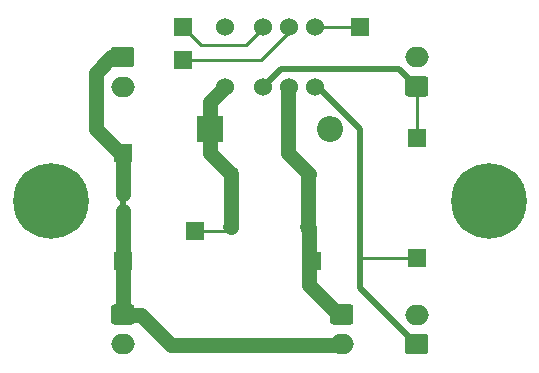
<source format=gtl>
%TF.GenerationSoftware,KiCad,Pcbnew,5.1.6-c6e7f7d~87~ubuntu18.04.1*%
%TF.CreationDate,2020-08-08T17:14:56-07:00*%
%TF.ProjectId,Cough-GoNoGo,436f7567-682d-4476-9f4e-6f476f2e6b69,A.01*%
%TF.SameCoordinates,Original*%
%TF.FileFunction,Copper,L1,Top*%
%TF.FilePolarity,Positive*%
%FSLAX46Y46*%
G04 Gerber Fmt 4.6, Leading zero omitted, Abs format (unit mm)*
G04 Created by KiCad (PCBNEW 5.1.6-c6e7f7d~87~ubuntu18.04.1) date 2020-08-08 17:14:56*
%MOMM*%
%LPD*%
G01*
G04 APERTURE LIST*
%TA.AperFunction,EtchedComponent*%
%ADD10C,0.100000*%
%TD*%
%TA.AperFunction,SMDPad,CuDef*%
%ADD11R,1.500000X1.500000*%
%TD*%
%TA.AperFunction,ComponentPad*%
%ADD12C,6.400000*%
%TD*%
%TA.AperFunction,ComponentPad*%
%ADD13O,2.000000X1.700000*%
%TD*%
%TA.AperFunction,ComponentPad*%
%ADD14R,2.200000X2.200000*%
%TD*%
%TA.AperFunction,ComponentPad*%
%ADD15O,2.200000X2.200000*%
%TD*%
%TA.AperFunction,ComponentPad*%
%ADD16C,1.524000*%
%TD*%
%TA.AperFunction,Conductor*%
%ADD17C,0.500000*%
%TD*%
%TA.AperFunction,ComponentPad*%
%ADD18C,1.350000*%
%TD*%
%TA.AperFunction,Conductor*%
%ADD19C,1.270000*%
%TD*%
%TA.AperFunction,Conductor*%
%ADD20C,0.508000*%
%TD*%
%TA.AperFunction,Conductor*%
%ADD21C,0.250000*%
%TD*%
G04 APERTURE END LIST*
D10*
%TO.C,NT1*%
G36*
X137664000Y-109990000D02*
G01*
X137664000Y-110990000D01*
X137164000Y-110990000D01*
X137164000Y-109990000D01*
X137664000Y-109990000D01*
G37*
%TD*%
D11*
%TO.P,TP9,1*%
%TO.N,/NO_1*%
X157480000Y-95758000D03*
%TD*%
%TO.P,TP8,1*%
%TO.N,/C_1*%
X142494000Y-98552000D03*
%TD*%
%TO.P,TP7,1*%
%TO.N,/NC_1*%
X142494000Y-95758000D03*
%TD*%
%TO.P,TP6,1*%
%TO.N,/RED_+*%
X162306000Y-115316000D03*
%TD*%
%TO.P,TP5,1*%
%TO.N,/GRN_+*%
X162306000Y-105156000D03*
%TD*%
%TO.P,TP4,1*%
%TO.N,/COIL_+*%
X143510000Y-113030000D03*
%TD*%
%TO.P,TP3,1*%
%TO.N,/V_LOAD*%
X153416000Y-115570000D03*
%TD*%
%TO.P,TP2,1*%
%TO.N,/V_BATT*%
X137414000Y-115570000D03*
%TD*%
%TO.P,TP1,1*%
%TO.N,/V_CHG*%
X137414000Y-106426000D03*
%TD*%
D12*
%TO.P,H2,1*%
%TO.N,N/C*%
X168402000Y-110490000D03*
%TD*%
%TO.P,H1,1*%
%TO.N,N/C*%
X131318000Y-110490000D03*
%TD*%
%TO.P,CN1,1*%
%TO.N,/V_CHG*%
%TA.AperFunction,ComponentPad*%
G36*
G01*
X136664000Y-97488000D02*
X138164000Y-97488000D01*
G75*
G02*
X138414000Y-97738000I0J-250000D01*
G01*
X138414000Y-98938000D01*
G75*
G02*
X138164000Y-99188000I-250000J0D01*
G01*
X136664000Y-99188000D01*
G75*
G02*
X136414000Y-98938000I0J250000D01*
G01*
X136414000Y-97738000D01*
G75*
G02*
X136664000Y-97488000I250000J0D01*
G01*
G37*
%TD.AperFunction*%
D13*
%TO.P,CN1,2*%
%TO.N,GND*%
X137414000Y-100838000D03*
%TD*%
%TO.P,CN2,1*%
%TO.N,/V_BATT*%
%TA.AperFunction,ComponentPad*%
G36*
G01*
X136664000Y-119292000D02*
X138164000Y-119292000D01*
G75*
G02*
X138414000Y-119542000I0J-250000D01*
G01*
X138414000Y-120742000D01*
G75*
G02*
X138164000Y-120992000I-250000J0D01*
G01*
X136664000Y-120992000D01*
G75*
G02*
X136414000Y-120742000I0J250000D01*
G01*
X136414000Y-119542000D01*
G75*
G02*
X136664000Y-119292000I250000J0D01*
G01*
G37*
%TD.AperFunction*%
%TO.P,CN2,2*%
%TO.N,GND*%
X137414000Y-122642000D03*
%TD*%
%TO.P,CN3,1*%
%TO.N,/GRN_+*%
%TA.AperFunction,ComponentPad*%
G36*
G01*
X163056000Y-101688000D02*
X161556000Y-101688000D01*
G75*
G02*
X161306000Y-101438000I0J250000D01*
G01*
X161306000Y-100238000D01*
G75*
G02*
X161556000Y-99988000I250000J0D01*
G01*
X163056000Y-99988000D01*
G75*
G02*
X163306000Y-100238000I0J-250000D01*
G01*
X163306000Y-101438000D01*
G75*
G02*
X163056000Y-101688000I-250000J0D01*
G01*
G37*
%TD.AperFunction*%
%TO.P,CN3,2*%
%TO.N,GND*%
X162306000Y-98338000D03*
%TD*%
%TO.P,CN4,2*%
%TO.N,GND*%
X162306000Y-120142000D03*
%TO.P,CN4,1*%
%TO.N,/RED_+*%
%TA.AperFunction,ComponentPad*%
G36*
G01*
X163056000Y-123492000D02*
X161556000Y-123492000D01*
G75*
G02*
X161306000Y-123242000I0J250000D01*
G01*
X161306000Y-122042000D01*
G75*
G02*
X161556000Y-121792000I250000J0D01*
G01*
X163056000Y-121792000D01*
G75*
G02*
X163306000Y-122042000I0J-250000D01*
G01*
X163306000Y-123242000D01*
G75*
G02*
X163056000Y-123492000I-250000J0D01*
G01*
G37*
%TD.AperFunction*%
%TD*%
%TO.P,CN5,1*%
%TO.N,/V_LOAD*%
%TA.AperFunction,ComponentPad*%
G36*
G01*
X155206000Y-119292000D02*
X156706000Y-119292000D01*
G75*
G02*
X156956000Y-119542000I0J-250000D01*
G01*
X156956000Y-120742000D01*
G75*
G02*
X156706000Y-120992000I-250000J0D01*
G01*
X155206000Y-120992000D01*
G75*
G02*
X154956000Y-120742000I0J250000D01*
G01*
X154956000Y-119542000D01*
G75*
G02*
X155206000Y-119292000I250000J0D01*
G01*
G37*
%TD.AperFunction*%
%TO.P,CN5,2*%
%TO.N,/V_BATT*%
X155956000Y-122642000D03*
%TD*%
D14*
%TO.P,D1,1*%
%TO.N,/COIL_+*%
X144780000Y-104394000D03*
D15*
%TO.P,D1,2*%
%TO.N,GND*%
X154940000Y-104394000D03*
%TD*%
D16*
%TO.P,K1,8*%
%TO.N,GND*%
X146050000Y-95758000D03*
%TO.P,K1,7*%
%TO.N,/NC_1*%
X149260000Y-95758000D03*
%TO.P,K1,6*%
%TO.N,/C_1*%
X151460000Y-95758000D03*
%TO.P,K1,5*%
%TO.N,/NO_1*%
X153660000Y-95758000D03*
%TO.P,K1,4*%
%TO.N,/RED_+*%
X153660000Y-100838000D03*
%TO.P,K1,3*%
%TO.N,/V_LOAD*%
X151460000Y-100838000D03*
%TO.P,K1,2*%
%TO.N,/GRN_+*%
X149260000Y-100838000D03*
%TO.P,K1,1*%
%TO.N,/COIL_+*%
X146060000Y-100838000D03*
%TD*%
D17*
%TO.N,/V_CHG*%
%TO.C,NT1*%
X137414000Y-109990000D03*
%TO.N,/V_BATT*%
X137414000Y-110990000D03*
%TD*%
D18*
%TO.P,S1,1*%
%TO.N,/V_LOAD*%
X153110000Y-112740000D03*
%TO.P,S1,2*%
X153110000Y-108240000D03*
%TO.P,S1,3*%
%TO.N,/COIL_+*%
X146610000Y-108240000D03*
%TO.P,S1,4*%
X146610000Y-112740000D03*
%TD*%
D19*
%TO.N,/V_CHG*%
X137414000Y-106680000D02*
X137414000Y-109904999D01*
X135128000Y-104140000D02*
X135128000Y-104394000D01*
X137414000Y-98338000D02*
X136453010Y-98338000D01*
X136453010Y-98338000D02*
X135128000Y-99663010D01*
X135128000Y-99663010D02*
X135128000Y-104140000D01*
X135128000Y-104394000D02*
X137414000Y-106680000D01*
%TO.N,/V_BATT*%
X137414000Y-120142000D02*
X137414000Y-111375009D01*
X141478000Y-122682000D02*
X155611562Y-122682000D01*
X137414000Y-120142000D02*
X138938000Y-120142000D01*
X138938000Y-120142000D02*
X141478000Y-122682000D01*
D20*
%TO.N,/GRN_+*%
X160782000Y-99314000D02*
X162306000Y-100838000D01*
X149260000Y-100838000D02*
X150784000Y-99314000D01*
X150784000Y-99314000D02*
X160782000Y-99314000D01*
D21*
X162306000Y-105156000D02*
X162306000Y-100838000D01*
D20*
%TO.N,/RED_+*%
X157480000Y-117856000D02*
X162306000Y-122682000D01*
X153660000Y-100838000D02*
X153924000Y-100838000D01*
X153924000Y-100838000D02*
X157480000Y-104394000D01*
D21*
X162306000Y-115316000D02*
X157480000Y-115316000D01*
D20*
X157480000Y-104394000D02*
X157480000Y-115316000D01*
X157480000Y-115316000D02*
X157480000Y-117856000D01*
D19*
%TO.N,/V_LOAD*%
X151384000Y-106426000D02*
X151384000Y-100838000D01*
X153162000Y-108204000D02*
X151384000Y-106426000D01*
X153162000Y-117602000D02*
X155702000Y-120142000D01*
X153110000Y-108240000D02*
X153110000Y-112724000D01*
X155702000Y-120142000D02*
X155956000Y-120142000D01*
X153162000Y-112776000D02*
X153162000Y-117602000D01*
X153110000Y-112724000D02*
X153162000Y-112776000D01*
%TO.N,/COIL_+*%
X144780000Y-104394000D02*
X144780000Y-102108000D01*
X144780000Y-102108000D02*
X146050000Y-100838000D01*
X144780000Y-106426000D02*
X146558000Y-108204000D01*
X144780000Y-104394000D02*
X144780000Y-106426000D01*
X146610000Y-108240000D02*
X146610000Y-112724000D01*
D21*
X143510000Y-113030000D02*
X146304000Y-113030000D01*
X146304000Y-113030000D02*
X146558000Y-112776000D01*
%TO.N,/NC_1*%
X147828000Y-97282000D02*
X149352000Y-95758000D01*
X142494000Y-95758000D02*
X144018000Y-97282000D01*
X144018000Y-97282000D02*
X147828000Y-97282000D01*
%TO.N,/C_1*%
X151384000Y-96266000D02*
X151384000Y-95758000D01*
X142494000Y-98552000D02*
X149098000Y-98552000D01*
X149098000Y-98552000D02*
X151384000Y-96266000D01*
%TO.N,/NO_1*%
X153660000Y-95758000D02*
X157734000Y-95758000D01*
%TD*%
M02*

</source>
